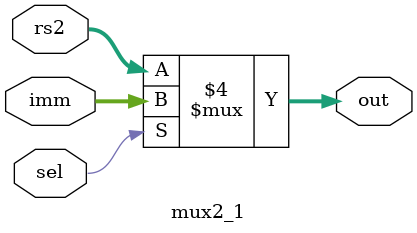
<source format=v>


`timescale 1ns/10ps

module mux2_1 (
    sel,
    out,
    imm,
    rs2
);


input sel;
output [31:0] out;
reg [31:0] out;
input [31:0] imm;
input [31:0] rs2;




always @(rs2, sel, imm) begin: MUX2_1_MUX
    if ((sel == 0)) begin
        out = rs2;
    end
    else begin
        out = imm;
    end
end

endmodule

</source>
